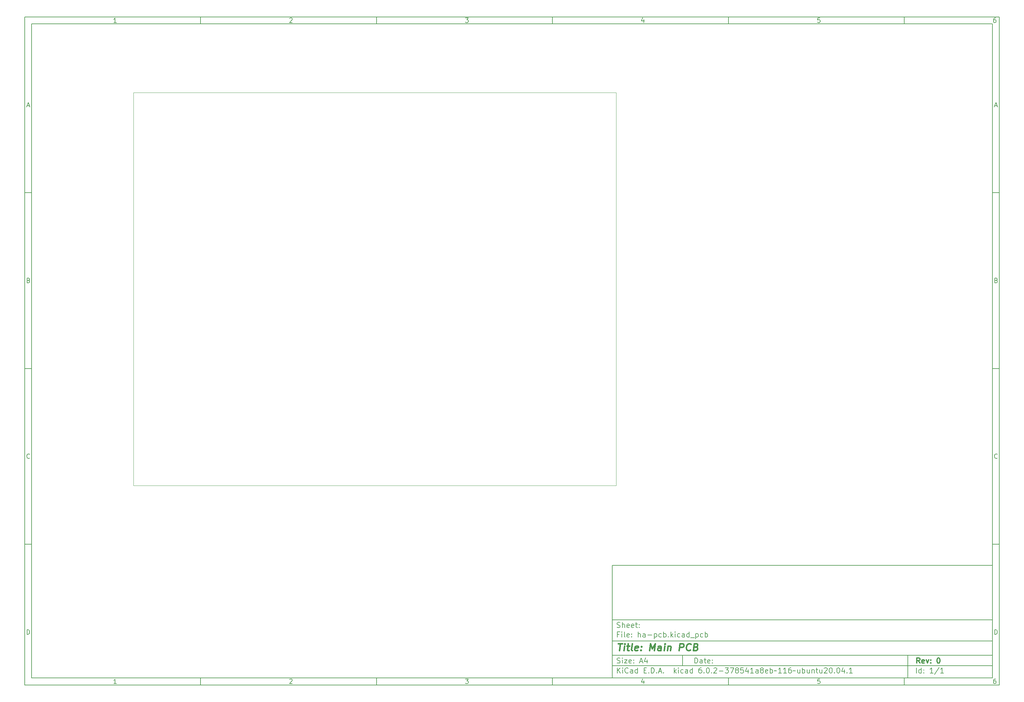
<source format=gbr>
%TF.GenerationSoftware,KiCad,Pcbnew,6.0.2-378541a8eb~116~ubuntu20.04.1*%
%TF.CreationDate,2022-03-09T13:41:16+02:00*%
%TF.ProjectId,ha-pcb,68612d70-6362-42e6-9b69-6361645f7063,0*%
%TF.SameCoordinates,Original*%
%TF.FileFunction,Profile,NP*%
%FSLAX46Y46*%
G04 Gerber Fmt 4.6, Leading zero omitted, Abs format (unit mm)*
G04 Created by KiCad (PCBNEW 6.0.2-378541a8eb~116~ubuntu20.04.1) date 2022-03-09 13:41:16*
%MOMM*%
%LPD*%
G01*
G04 APERTURE LIST*
%ADD10C,0.100000*%
%ADD11C,0.150000*%
%ADD12C,0.300000*%
%ADD13C,0.400000*%
%TA.AperFunction,Profile*%
%ADD14C,0.100000*%
%TD*%
G04 APERTURE END LIST*
D10*
D11*
X177002200Y-166007200D02*
X177002200Y-198007200D01*
X285002200Y-198007200D01*
X285002200Y-166007200D01*
X177002200Y-166007200D01*
D10*
D11*
X10000000Y-10000000D02*
X10000000Y-200007200D01*
X287002200Y-200007200D01*
X287002200Y-10000000D01*
X10000000Y-10000000D01*
D10*
D11*
X12000000Y-12000000D02*
X12000000Y-198007200D01*
X285002200Y-198007200D01*
X285002200Y-12000000D01*
X12000000Y-12000000D01*
D10*
D11*
X60000000Y-12000000D02*
X60000000Y-10000000D01*
D10*
D11*
X110000000Y-12000000D02*
X110000000Y-10000000D01*
D10*
D11*
X160000000Y-12000000D02*
X160000000Y-10000000D01*
D10*
D11*
X210000000Y-12000000D02*
X210000000Y-10000000D01*
D10*
D11*
X260000000Y-12000000D02*
X260000000Y-10000000D01*
D10*
D11*
X36065476Y-11588095D02*
X35322619Y-11588095D01*
X35694047Y-11588095D02*
X35694047Y-10288095D01*
X35570238Y-10473809D01*
X35446428Y-10597619D01*
X35322619Y-10659523D01*
D10*
D11*
X85322619Y-10411904D02*
X85384523Y-10350000D01*
X85508333Y-10288095D01*
X85817857Y-10288095D01*
X85941666Y-10350000D01*
X86003571Y-10411904D01*
X86065476Y-10535714D01*
X86065476Y-10659523D01*
X86003571Y-10845238D01*
X85260714Y-11588095D01*
X86065476Y-11588095D01*
D10*
D11*
X135260714Y-10288095D02*
X136065476Y-10288095D01*
X135632142Y-10783333D01*
X135817857Y-10783333D01*
X135941666Y-10845238D01*
X136003571Y-10907142D01*
X136065476Y-11030952D01*
X136065476Y-11340476D01*
X136003571Y-11464285D01*
X135941666Y-11526190D01*
X135817857Y-11588095D01*
X135446428Y-11588095D01*
X135322619Y-11526190D01*
X135260714Y-11464285D01*
D10*
D11*
X185941666Y-10721428D02*
X185941666Y-11588095D01*
X185632142Y-10226190D02*
X185322619Y-11154761D01*
X186127380Y-11154761D01*
D10*
D11*
X236003571Y-10288095D02*
X235384523Y-10288095D01*
X235322619Y-10907142D01*
X235384523Y-10845238D01*
X235508333Y-10783333D01*
X235817857Y-10783333D01*
X235941666Y-10845238D01*
X236003571Y-10907142D01*
X236065476Y-11030952D01*
X236065476Y-11340476D01*
X236003571Y-11464285D01*
X235941666Y-11526190D01*
X235817857Y-11588095D01*
X235508333Y-11588095D01*
X235384523Y-11526190D01*
X235322619Y-11464285D01*
D10*
D11*
X285941666Y-10288095D02*
X285694047Y-10288095D01*
X285570238Y-10350000D01*
X285508333Y-10411904D01*
X285384523Y-10597619D01*
X285322619Y-10845238D01*
X285322619Y-11340476D01*
X285384523Y-11464285D01*
X285446428Y-11526190D01*
X285570238Y-11588095D01*
X285817857Y-11588095D01*
X285941666Y-11526190D01*
X286003571Y-11464285D01*
X286065476Y-11340476D01*
X286065476Y-11030952D01*
X286003571Y-10907142D01*
X285941666Y-10845238D01*
X285817857Y-10783333D01*
X285570238Y-10783333D01*
X285446428Y-10845238D01*
X285384523Y-10907142D01*
X285322619Y-11030952D01*
D10*
D11*
X60000000Y-198007200D02*
X60000000Y-200007200D01*
D10*
D11*
X110000000Y-198007200D02*
X110000000Y-200007200D01*
D10*
D11*
X160000000Y-198007200D02*
X160000000Y-200007200D01*
D10*
D11*
X210000000Y-198007200D02*
X210000000Y-200007200D01*
D10*
D11*
X260000000Y-198007200D02*
X260000000Y-200007200D01*
D10*
D11*
X36065476Y-199595295D02*
X35322619Y-199595295D01*
X35694047Y-199595295D02*
X35694047Y-198295295D01*
X35570238Y-198481009D01*
X35446428Y-198604819D01*
X35322619Y-198666723D01*
D10*
D11*
X85322619Y-198419104D02*
X85384523Y-198357200D01*
X85508333Y-198295295D01*
X85817857Y-198295295D01*
X85941666Y-198357200D01*
X86003571Y-198419104D01*
X86065476Y-198542914D01*
X86065476Y-198666723D01*
X86003571Y-198852438D01*
X85260714Y-199595295D01*
X86065476Y-199595295D01*
D10*
D11*
X135260714Y-198295295D02*
X136065476Y-198295295D01*
X135632142Y-198790533D01*
X135817857Y-198790533D01*
X135941666Y-198852438D01*
X136003571Y-198914342D01*
X136065476Y-199038152D01*
X136065476Y-199347676D01*
X136003571Y-199471485D01*
X135941666Y-199533390D01*
X135817857Y-199595295D01*
X135446428Y-199595295D01*
X135322619Y-199533390D01*
X135260714Y-199471485D01*
D10*
D11*
X185941666Y-198728628D02*
X185941666Y-199595295D01*
X185632142Y-198233390D02*
X185322619Y-199161961D01*
X186127380Y-199161961D01*
D10*
D11*
X236003571Y-198295295D02*
X235384523Y-198295295D01*
X235322619Y-198914342D01*
X235384523Y-198852438D01*
X235508333Y-198790533D01*
X235817857Y-198790533D01*
X235941666Y-198852438D01*
X236003571Y-198914342D01*
X236065476Y-199038152D01*
X236065476Y-199347676D01*
X236003571Y-199471485D01*
X235941666Y-199533390D01*
X235817857Y-199595295D01*
X235508333Y-199595295D01*
X235384523Y-199533390D01*
X235322619Y-199471485D01*
D10*
D11*
X285941666Y-198295295D02*
X285694047Y-198295295D01*
X285570238Y-198357200D01*
X285508333Y-198419104D01*
X285384523Y-198604819D01*
X285322619Y-198852438D01*
X285322619Y-199347676D01*
X285384523Y-199471485D01*
X285446428Y-199533390D01*
X285570238Y-199595295D01*
X285817857Y-199595295D01*
X285941666Y-199533390D01*
X286003571Y-199471485D01*
X286065476Y-199347676D01*
X286065476Y-199038152D01*
X286003571Y-198914342D01*
X285941666Y-198852438D01*
X285817857Y-198790533D01*
X285570238Y-198790533D01*
X285446428Y-198852438D01*
X285384523Y-198914342D01*
X285322619Y-199038152D01*
D10*
D11*
X10000000Y-60000000D02*
X12000000Y-60000000D01*
D10*
D11*
X10000000Y-110000000D02*
X12000000Y-110000000D01*
D10*
D11*
X10000000Y-160000000D02*
X12000000Y-160000000D01*
D10*
D11*
X10690476Y-35216666D02*
X11309523Y-35216666D01*
X10566666Y-35588095D02*
X11000000Y-34288095D01*
X11433333Y-35588095D01*
D10*
D11*
X11092857Y-84907142D02*
X11278571Y-84969047D01*
X11340476Y-85030952D01*
X11402380Y-85154761D01*
X11402380Y-85340476D01*
X11340476Y-85464285D01*
X11278571Y-85526190D01*
X11154761Y-85588095D01*
X10659523Y-85588095D01*
X10659523Y-84288095D01*
X11092857Y-84288095D01*
X11216666Y-84350000D01*
X11278571Y-84411904D01*
X11340476Y-84535714D01*
X11340476Y-84659523D01*
X11278571Y-84783333D01*
X11216666Y-84845238D01*
X11092857Y-84907142D01*
X10659523Y-84907142D01*
D10*
D11*
X11402380Y-135464285D02*
X11340476Y-135526190D01*
X11154761Y-135588095D01*
X11030952Y-135588095D01*
X10845238Y-135526190D01*
X10721428Y-135402380D01*
X10659523Y-135278571D01*
X10597619Y-135030952D01*
X10597619Y-134845238D01*
X10659523Y-134597619D01*
X10721428Y-134473809D01*
X10845238Y-134350000D01*
X11030952Y-134288095D01*
X11154761Y-134288095D01*
X11340476Y-134350000D01*
X11402380Y-134411904D01*
D10*
D11*
X10659523Y-185588095D02*
X10659523Y-184288095D01*
X10969047Y-184288095D01*
X11154761Y-184350000D01*
X11278571Y-184473809D01*
X11340476Y-184597619D01*
X11402380Y-184845238D01*
X11402380Y-185030952D01*
X11340476Y-185278571D01*
X11278571Y-185402380D01*
X11154761Y-185526190D01*
X10969047Y-185588095D01*
X10659523Y-185588095D01*
D10*
D11*
X287002200Y-60000000D02*
X285002200Y-60000000D01*
D10*
D11*
X287002200Y-110000000D02*
X285002200Y-110000000D01*
D10*
D11*
X287002200Y-160000000D02*
X285002200Y-160000000D01*
D10*
D11*
X285692676Y-35216666D02*
X286311723Y-35216666D01*
X285568866Y-35588095D02*
X286002200Y-34288095D01*
X286435533Y-35588095D01*
D10*
D11*
X286095057Y-84907142D02*
X286280771Y-84969047D01*
X286342676Y-85030952D01*
X286404580Y-85154761D01*
X286404580Y-85340476D01*
X286342676Y-85464285D01*
X286280771Y-85526190D01*
X286156961Y-85588095D01*
X285661723Y-85588095D01*
X285661723Y-84288095D01*
X286095057Y-84288095D01*
X286218866Y-84350000D01*
X286280771Y-84411904D01*
X286342676Y-84535714D01*
X286342676Y-84659523D01*
X286280771Y-84783333D01*
X286218866Y-84845238D01*
X286095057Y-84907142D01*
X285661723Y-84907142D01*
D10*
D11*
X286404580Y-135464285D02*
X286342676Y-135526190D01*
X286156961Y-135588095D01*
X286033152Y-135588095D01*
X285847438Y-135526190D01*
X285723628Y-135402380D01*
X285661723Y-135278571D01*
X285599819Y-135030952D01*
X285599819Y-134845238D01*
X285661723Y-134597619D01*
X285723628Y-134473809D01*
X285847438Y-134350000D01*
X286033152Y-134288095D01*
X286156961Y-134288095D01*
X286342676Y-134350000D01*
X286404580Y-134411904D01*
D10*
D11*
X285661723Y-185588095D02*
X285661723Y-184288095D01*
X285971247Y-184288095D01*
X286156961Y-184350000D01*
X286280771Y-184473809D01*
X286342676Y-184597619D01*
X286404580Y-184845238D01*
X286404580Y-185030952D01*
X286342676Y-185278571D01*
X286280771Y-185402380D01*
X286156961Y-185526190D01*
X285971247Y-185588095D01*
X285661723Y-185588095D01*
D10*
D11*
X200434342Y-193785771D02*
X200434342Y-192285771D01*
X200791485Y-192285771D01*
X201005771Y-192357200D01*
X201148628Y-192500057D01*
X201220057Y-192642914D01*
X201291485Y-192928628D01*
X201291485Y-193142914D01*
X201220057Y-193428628D01*
X201148628Y-193571485D01*
X201005771Y-193714342D01*
X200791485Y-193785771D01*
X200434342Y-193785771D01*
X202577200Y-193785771D02*
X202577200Y-193000057D01*
X202505771Y-192857200D01*
X202362914Y-192785771D01*
X202077200Y-192785771D01*
X201934342Y-192857200D01*
X202577200Y-193714342D02*
X202434342Y-193785771D01*
X202077200Y-193785771D01*
X201934342Y-193714342D01*
X201862914Y-193571485D01*
X201862914Y-193428628D01*
X201934342Y-193285771D01*
X202077200Y-193214342D01*
X202434342Y-193214342D01*
X202577200Y-193142914D01*
X203077200Y-192785771D02*
X203648628Y-192785771D01*
X203291485Y-192285771D02*
X203291485Y-193571485D01*
X203362914Y-193714342D01*
X203505771Y-193785771D01*
X203648628Y-193785771D01*
X204720057Y-193714342D02*
X204577200Y-193785771D01*
X204291485Y-193785771D01*
X204148628Y-193714342D01*
X204077200Y-193571485D01*
X204077200Y-193000057D01*
X204148628Y-192857200D01*
X204291485Y-192785771D01*
X204577200Y-192785771D01*
X204720057Y-192857200D01*
X204791485Y-193000057D01*
X204791485Y-193142914D01*
X204077200Y-193285771D01*
X205434342Y-193642914D02*
X205505771Y-193714342D01*
X205434342Y-193785771D01*
X205362914Y-193714342D01*
X205434342Y-193642914D01*
X205434342Y-193785771D01*
X205434342Y-192857200D02*
X205505771Y-192928628D01*
X205434342Y-193000057D01*
X205362914Y-192928628D01*
X205434342Y-192857200D01*
X205434342Y-193000057D01*
D10*
D11*
X177002200Y-194507200D02*
X285002200Y-194507200D01*
D10*
D11*
X178434342Y-196585771D02*
X178434342Y-195085771D01*
X179291485Y-196585771D02*
X178648628Y-195728628D01*
X179291485Y-195085771D02*
X178434342Y-195942914D01*
X179934342Y-196585771D02*
X179934342Y-195585771D01*
X179934342Y-195085771D02*
X179862914Y-195157200D01*
X179934342Y-195228628D01*
X180005771Y-195157200D01*
X179934342Y-195085771D01*
X179934342Y-195228628D01*
X181505771Y-196442914D02*
X181434342Y-196514342D01*
X181220057Y-196585771D01*
X181077200Y-196585771D01*
X180862914Y-196514342D01*
X180720057Y-196371485D01*
X180648628Y-196228628D01*
X180577200Y-195942914D01*
X180577200Y-195728628D01*
X180648628Y-195442914D01*
X180720057Y-195300057D01*
X180862914Y-195157200D01*
X181077200Y-195085771D01*
X181220057Y-195085771D01*
X181434342Y-195157200D01*
X181505771Y-195228628D01*
X182791485Y-196585771D02*
X182791485Y-195800057D01*
X182720057Y-195657200D01*
X182577200Y-195585771D01*
X182291485Y-195585771D01*
X182148628Y-195657200D01*
X182791485Y-196514342D02*
X182648628Y-196585771D01*
X182291485Y-196585771D01*
X182148628Y-196514342D01*
X182077200Y-196371485D01*
X182077200Y-196228628D01*
X182148628Y-196085771D01*
X182291485Y-196014342D01*
X182648628Y-196014342D01*
X182791485Y-195942914D01*
X184148628Y-196585771D02*
X184148628Y-195085771D01*
X184148628Y-196514342D02*
X184005771Y-196585771D01*
X183720057Y-196585771D01*
X183577200Y-196514342D01*
X183505771Y-196442914D01*
X183434342Y-196300057D01*
X183434342Y-195871485D01*
X183505771Y-195728628D01*
X183577200Y-195657200D01*
X183720057Y-195585771D01*
X184005771Y-195585771D01*
X184148628Y-195657200D01*
X186005771Y-195800057D02*
X186505771Y-195800057D01*
X186720057Y-196585771D02*
X186005771Y-196585771D01*
X186005771Y-195085771D01*
X186720057Y-195085771D01*
X187362914Y-196442914D02*
X187434342Y-196514342D01*
X187362914Y-196585771D01*
X187291485Y-196514342D01*
X187362914Y-196442914D01*
X187362914Y-196585771D01*
X188077200Y-196585771D02*
X188077200Y-195085771D01*
X188434342Y-195085771D01*
X188648628Y-195157200D01*
X188791485Y-195300057D01*
X188862914Y-195442914D01*
X188934342Y-195728628D01*
X188934342Y-195942914D01*
X188862914Y-196228628D01*
X188791485Y-196371485D01*
X188648628Y-196514342D01*
X188434342Y-196585771D01*
X188077200Y-196585771D01*
X189577200Y-196442914D02*
X189648628Y-196514342D01*
X189577200Y-196585771D01*
X189505771Y-196514342D01*
X189577200Y-196442914D01*
X189577200Y-196585771D01*
X190220057Y-196157200D02*
X190934342Y-196157200D01*
X190077200Y-196585771D02*
X190577200Y-195085771D01*
X191077200Y-196585771D01*
X191577200Y-196442914D02*
X191648628Y-196514342D01*
X191577200Y-196585771D01*
X191505771Y-196514342D01*
X191577200Y-196442914D01*
X191577200Y-196585771D01*
X194577200Y-196585771D02*
X194577200Y-195085771D01*
X194720057Y-196014342D02*
X195148628Y-196585771D01*
X195148628Y-195585771D02*
X194577200Y-196157200D01*
X195791485Y-196585771D02*
X195791485Y-195585771D01*
X195791485Y-195085771D02*
X195720057Y-195157200D01*
X195791485Y-195228628D01*
X195862914Y-195157200D01*
X195791485Y-195085771D01*
X195791485Y-195228628D01*
X197148628Y-196514342D02*
X197005771Y-196585771D01*
X196720057Y-196585771D01*
X196577200Y-196514342D01*
X196505771Y-196442914D01*
X196434342Y-196300057D01*
X196434342Y-195871485D01*
X196505771Y-195728628D01*
X196577200Y-195657200D01*
X196720057Y-195585771D01*
X197005771Y-195585771D01*
X197148628Y-195657200D01*
X198434342Y-196585771D02*
X198434342Y-195800057D01*
X198362914Y-195657200D01*
X198220057Y-195585771D01*
X197934342Y-195585771D01*
X197791485Y-195657200D01*
X198434342Y-196514342D02*
X198291485Y-196585771D01*
X197934342Y-196585771D01*
X197791485Y-196514342D01*
X197720057Y-196371485D01*
X197720057Y-196228628D01*
X197791485Y-196085771D01*
X197934342Y-196014342D01*
X198291485Y-196014342D01*
X198434342Y-195942914D01*
X199791485Y-196585771D02*
X199791485Y-195085771D01*
X199791485Y-196514342D02*
X199648628Y-196585771D01*
X199362914Y-196585771D01*
X199220057Y-196514342D01*
X199148628Y-196442914D01*
X199077200Y-196300057D01*
X199077200Y-195871485D01*
X199148628Y-195728628D01*
X199220057Y-195657200D01*
X199362914Y-195585771D01*
X199648628Y-195585771D01*
X199791485Y-195657200D01*
X202291485Y-195085771D02*
X202005771Y-195085771D01*
X201862914Y-195157200D01*
X201791485Y-195228628D01*
X201648628Y-195442914D01*
X201577200Y-195728628D01*
X201577200Y-196300057D01*
X201648628Y-196442914D01*
X201720057Y-196514342D01*
X201862914Y-196585771D01*
X202148628Y-196585771D01*
X202291485Y-196514342D01*
X202362914Y-196442914D01*
X202434342Y-196300057D01*
X202434342Y-195942914D01*
X202362914Y-195800057D01*
X202291485Y-195728628D01*
X202148628Y-195657200D01*
X201862914Y-195657200D01*
X201720057Y-195728628D01*
X201648628Y-195800057D01*
X201577200Y-195942914D01*
X203077200Y-196442914D02*
X203148628Y-196514342D01*
X203077200Y-196585771D01*
X203005771Y-196514342D01*
X203077200Y-196442914D01*
X203077200Y-196585771D01*
X204077200Y-195085771D02*
X204220057Y-195085771D01*
X204362914Y-195157200D01*
X204434342Y-195228628D01*
X204505771Y-195371485D01*
X204577200Y-195657200D01*
X204577200Y-196014342D01*
X204505771Y-196300057D01*
X204434342Y-196442914D01*
X204362914Y-196514342D01*
X204220057Y-196585771D01*
X204077200Y-196585771D01*
X203934342Y-196514342D01*
X203862914Y-196442914D01*
X203791485Y-196300057D01*
X203720057Y-196014342D01*
X203720057Y-195657200D01*
X203791485Y-195371485D01*
X203862914Y-195228628D01*
X203934342Y-195157200D01*
X204077200Y-195085771D01*
X205220057Y-196442914D02*
X205291485Y-196514342D01*
X205220057Y-196585771D01*
X205148628Y-196514342D01*
X205220057Y-196442914D01*
X205220057Y-196585771D01*
X205862914Y-195228628D02*
X205934342Y-195157200D01*
X206077200Y-195085771D01*
X206434342Y-195085771D01*
X206577200Y-195157200D01*
X206648628Y-195228628D01*
X206720057Y-195371485D01*
X206720057Y-195514342D01*
X206648628Y-195728628D01*
X205791485Y-196585771D01*
X206720057Y-196585771D01*
X207362914Y-196014342D02*
X208505771Y-196014342D01*
X209077200Y-195085771D02*
X210005771Y-195085771D01*
X209505771Y-195657200D01*
X209720057Y-195657200D01*
X209862914Y-195728628D01*
X209934342Y-195800057D01*
X210005771Y-195942914D01*
X210005771Y-196300057D01*
X209934342Y-196442914D01*
X209862914Y-196514342D01*
X209720057Y-196585771D01*
X209291485Y-196585771D01*
X209148628Y-196514342D01*
X209077200Y-196442914D01*
X210505771Y-195085771D02*
X211505771Y-195085771D01*
X210862914Y-196585771D01*
X212291485Y-195728628D02*
X212148628Y-195657200D01*
X212077200Y-195585771D01*
X212005771Y-195442914D01*
X212005771Y-195371485D01*
X212077200Y-195228628D01*
X212148628Y-195157200D01*
X212291485Y-195085771D01*
X212577200Y-195085771D01*
X212720057Y-195157200D01*
X212791485Y-195228628D01*
X212862914Y-195371485D01*
X212862914Y-195442914D01*
X212791485Y-195585771D01*
X212720057Y-195657200D01*
X212577200Y-195728628D01*
X212291485Y-195728628D01*
X212148628Y-195800057D01*
X212077200Y-195871485D01*
X212005771Y-196014342D01*
X212005771Y-196300057D01*
X212077200Y-196442914D01*
X212148628Y-196514342D01*
X212291485Y-196585771D01*
X212577200Y-196585771D01*
X212720057Y-196514342D01*
X212791485Y-196442914D01*
X212862914Y-196300057D01*
X212862914Y-196014342D01*
X212791485Y-195871485D01*
X212720057Y-195800057D01*
X212577200Y-195728628D01*
X214220057Y-195085771D02*
X213505771Y-195085771D01*
X213434342Y-195800057D01*
X213505771Y-195728628D01*
X213648628Y-195657200D01*
X214005771Y-195657200D01*
X214148628Y-195728628D01*
X214220057Y-195800057D01*
X214291485Y-195942914D01*
X214291485Y-196300057D01*
X214220057Y-196442914D01*
X214148628Y-196514342D01*
X214005771Y-196585771D01*
X213648628Y-196585771D01*
X213505771Y-196514342D01*
X213434342Y-196442914D01*
X215577200Y-195585771D02*
X215577200Y-196585771D01*
X215220057Y-195014342D02*
X214862914Y-196085771D01*
X215791485Y-196085771D01*
X217148628Y-196585771D02*
X216291485Y-196585771D01*
X216720057Y-196585771D02*
X216720057Y-195085771D01*
X216577200Y-195300057D01*
X216434342Y-195442914D01*
X216291485Y-195514342D01*
X218434342Y-196585771D02*
X218434342Y-195800057D01*
X218362914Y-195657200D01*
X218220057Y-195585771D01*
X217934342Y-195585771D01*
X217791485Y-195657200D01*
X218434342Y-196514342D02*
X218291485Y-196585771D01*
X217934342Y-196585771D01*
X217791485Y-196514342D01*
X217720057Y-196371485D01*
X217720057Y-196228628D01*
X217791485Y-196085771D01*
X217934342Y-196014342D01*
X218291485Y-196014342D01*
X218434342Y-195942914D01*
X219362914Y-195728628D02*
X219220057Y-195657200D01*
X219148628Y-195585771D01*
X219077200Y-195442914D01*
X219077200Y-195371485D01*
X219148628Y-195228628D01*
X219220057Y-195157200D01*
X219362914Y-195085771D01*
X219648628Y-195085771D01*
X219791485Y-195157200D01*
X219862914Y-195228628D01*
X219934342Y-195371485D01*
X219934342Y-195442914D01*
X219862914Y-195585771D01*
X219791485Y-195657200D01*
X219648628Y-195728628D01*
X219362914Y-195728628D01*
X219220057Y-195800057D01*
X219148628Y-195871485D01*
X219077200Y-196014342D01*
X219077200Y-196300057D01*
X219148628Y-196442914D01*
X219220057Y-196514342D01*
X219362914Y-196585771D01*
X219648628Y-196585771D01*
X219791485Y-196514342D01*
X219862914Y-196442914D01*
X219934342Y-196300057D01*
X219934342Y-196014342D01*
X219862914Y-195871485D01*
X219791485Y-195800057D01*
X219648628Y-195728628D01*
X221148628Y-196514342D02*
X221005771Y-196585771D01*
X220720057Y-196585771D01*
X220577200Y-196514342D01*
X220505771Y-196371485D01*
X220505771Y-195800057D01*
X220577200Y-195657200D01*
X220720057Y-195585771D01*
X221005771Y-195585771D01*
X221148628Y-195657200D01*
X221220057Y-195800057D01*
X221220057Y-195942914D01*
X220505771Y-196085771D01*
X221862914Y-196585771D02*
X221862914Y-195085771D01*
X221862914Y-195657200D02*
X222005771Y-195585771D01*
X222291485Y-195585771D01*
X222434342Y-195657200D01*
X222505771Y-195728628D01*
X222577200Y-195871485D01*
X222577200Y-196300057D01*
X222505771Y-196442914D01*
X222434342Y-196514342D01*
X222291485Y-196585771D01*
X222005771Y-196585771D01*
X221862914Y-196514342D01*
X223005771Y-196014342D02*
X223077200Y-195942914D01*
X223220057Y-195871485D01*
X223505771Y-196014342D01*
X223648628Y-195942914D01*
X223720057Y-195871485D01*
X225077200Y-196585771D02*
X224220057Y-196585771D01*
X224648628Y-196585771D02*
X224648628Y-195085771D01*
X224505771Y-195300057D01*
X224362914Y-195442914D01*
X224220057Y-195514342D01*
X226505771Y-196585771D02*
X225648628Y-196585771D01*
X226077200Y-196585771D02*
X226077200Y-195085771D01*
X225934342Y-195300057D01*
X225791485Y-195442914D01*
X225648628Y-195514342D01*
X227791485Y-195085771D02*
X227505771Y-195085771D01*
X227362914Y-195157200D01*
X227291485Y-195228628D01*
X227148628Y-195442914D01*
X227077199Y-195728628D01*
X227077199Y-196300057D01*
X227148628Y-196442914D01*
X227220057Y-196514342D01*
X227362914Y-196585771D01*
X227648628Y-196585771D01*
X227791485Y-196514342D01*
X227862914Y-196442914D01*
X227934342Y-196300057D01*
X227934342Y-195942914D01*
X227862914Y-195800057D01*
X227791485Y-195728628D01*
X227648628Y-195657200D01*
X227362914Y-195657200D01*
X227220057Y-195728628D01*
X227148628Y-195800057D01*
X227077199Y-195942914D01*
X228362914Y-196014342D02*
X228434342Y-195942914D01*
X228577199Y-195871485D01*
X228862914Y-196014342D01*
X229005771Y-195942914D01*
X229077199Y-195871485D01*
X230291485Y-195585771D02*
X230291485Y-196585771D01*
X229648628Y-195585771D02*
X229648628Y-196371485D01*
X229720057Y-196514342D01*
X229862914Y-196585771D01*
X230077199Y-196585771D01*
X230220057Y-196514342D01*
X230291485Y-196442914D01*
X231005771Y-196585771D02*
X231005771Y-195085771D01*
X231005771Y-195657200D02*
X231148628Y-195585771D01*
X231434342Y-195585771D01*
X231577199Y-195657200D01*
X231648628Y-195728628D01*
X231720057Y-195871485D01*
X231720057Y-196300057D01*
X231648628Y-196442914D01*
X231577199Y-196514342D01*
X231434342Y-196585771D01*
X231148628Y-196585771D01*
X231005771Y-196514342D01*
X233005771Y-195585771D02*
X233005771Y-196585771D01*
X232362914Y-195585771D02*
X232362914Y-196371485D01*
X232434342Y-196514342D01*
X232577200Y-196585771D01*
X232791485Y-196585771D01*
X232934342Y-196514342D01*
X233005771Y-196442914D01*
X233720057Y-195585771D02*
X233720057Y-196585771D01*
X233720057Y-195728628D02*
X233791485Y-195657200D01*
X233934342Y-195585771D01*
X234148628Y-195585771D01*
X234291485Y-195657200D01*
X234362914Y-195800057D01*
X234362914Y-196585771D01*
X234862914Y-195585771D02*
X235434342Y-195585771D01*
X235077200Y-195085771D02*
X235077200Y-196371485D01*
X235148628Y-196514342D01*
X235291485Y-196585771D01*
X235434342Y-196585771D01*
X236577200Y-195585771D02*
X236577200Y-196585771D01*
X235934342Y-195585771D02*
X235934342Y-196371485D01*
X236005771Y-196514342D01*
X236148628Y-196585771D01*
X236362914Y-196585771D01*
X236505771Y-196514342D01*
X236577200Y-196442914D01*
X237220057Y-195228628D02*
X237291485Y-195157200D01*
X237434342Y-195085771D01*
X237791485Y-195085771D01*
X237934342Y-195157200D01*
X238005771Y-195228628D01*
X238077200Y-195371485D01*
X238077200Y-195514342D01*
X238005771Y-195728628D01*
X237148628Y-196585771D01*
X238077200Y-196585771D01*
X239005771Y-195085771D02*
X239148628Y-195085771D01*
X239291485Y-195157200D01*
X239362914Y-195228628D01*
X239434342Y-195371485D01*
X239505771Y-195657200D01*
X239505771Y-196014342D01*
X239434342Y-196300057D01*
X239362914Y-196442914D01*
X239291485Y-196514342D01*
X239148628Y-196585771D01*
X239005771Y-196585771D01*
X238862914Y-196514342D01*
X238791485Y-196442914D01*
X238720057Y-196300057D01*
X238648628Y-196014342D01*
X238648628Y-195657200D01*
X238720057Y-195371485D01*
X238791485Y-195228628D01*
X238862914Y-195157200D01*
X239005771Y-195085771D01*
X240148628Y-196442914D02*
X240220057Y-196514342D01*
X240148628Y-196585771D01*
X240077199Y-196514342D01*
X240148628Y-196442914D01*
X240148628Y-196585771D01*
X241148628Y-195085771D02*
X241291485Y-195085771D01*
X241434342Y-195157200D01*
X241505771Y-195228628D01*
X241577200Y-195371485D01*
X241648628Y-195657200D01*
X241648628Y-196014342D01*
X241577200Y-196300057D01*
X241505771Y-196442914D01*
X241434342Y-196514342D01*
X241291485Y-196585771D01*
X241148628Y-196585771D01*
X241005771Y-196514342D01*
X240934342Y-196442914D01*
X240862914Y-196300057D01*
X240791485Y-196014342D01*
X240791485Y-195657200D01*
X240862914Y-195371485D01*
X240934342Y-195228628D01*
X241005771Y-195157200D01*
X241148628Y-195085771D01*
X242934342Y-195585771D02*
X242934342Y-196585771D01*
X242577199Y-195014342D02*
X242220057Y-196085771D01*
X243148628Y-196085771D01*
X243720057Y-196442914D02*
X243791485Y-196514342D01*
X243720057Y-196585771D01*
X243648628Y-196514342D01*
X243720057Y-196442914D01*
X243720057Y-196585771D01*
X245220057Y-196585771D02*
X244362914Y-196585771D01*
X244791485Y-196585771D02*
X244791485Y-195085771D01*
X244648628Y-195300057D01*
X244505771Y-195442914D01*
X244362914Y-195514342D01*
D10*
D11*
X177002200Y-191507200D02*
X285002200Y-191507200D01*
D10*
D12*
X264411485Y-193785771D02*
X263911485Y-193071485D01*
X263554342Y-193785771D02*
X263554342Y-192285771D01*
X264125771Y-192285771D01*
X264268628Y-192357200D01*
X264340057Y-192428628D01*
X264411485Y-192571485D01*
X264411485Y-192785771D01*
X264340057Y-192928628D01*
X264268628Y-193000057D01*
X264125771Y-193071485D01*
X263554342Y-193071485D01*
X265625771Y-193714342D02*
X265482914Y-193785771D01*
X265197200Y-193785771D01*
X265054342Y-193714342D01*
X264982914Y-193571485D01*
X264982914Y-193000057D01*
X265054342Y-192857200D01*
X265197200Y-192785771D01*
X265482914Y-192785771D01*
X265625771Y-192857200D01*
X265697200Y-193000057D01*
X265697200Y-193142914D01*
X264982914Y-193285771D01*
X266197200Y-192785771D02*
X266554342Y-193785771D01*
X266911485Y-192785771D01*
X267482914Y-193642914D02*
X267554342Y-193714342D01*
X267482914Y-193785771D01*
X267411485Y-193714342D01*
X267482914Y-193642914D01*
X267482914Y-193785771D01*
X267482914Y-192857200D02*
X267554342Y-192928628D01*
X267482914Y-193000057D01*
X267411485Y-192928628D01*
X267482914Y-192857200D01*
X267482914Y-193000057D01*
X269625771Y-192285771D02*
X269768628Y-192285771D01*
X269911485Y-192357200D01*
X269982914Y-192428628D01*
X270054342Y-192571485D01*
X270125771Y-192857200D01*
X270125771Y-193214342D01*
X270054342Y-193500057D01*
X269982914Y-193642914D01*
X269911485Y-193714342D01*
X269768628Y-193785771D01*
X269625771Y-193785771D01*
X269482914Y-193714342D01*
X269411485Y-193642914D01*
X269340057Y-193500057D01*
X269268628Y-193214342D01*
X269268628Y-192857200D01*
X269340057Y-192571485D01*
X269411485Y-192428628D01*
X269482914Y-192357200D01*
X269625771Y-192285771D01*
D10*
D11*
X178362914Y-193714342D02*
X178577200Y-193785771D01*
X178934342Y-193785771D01*
X179077200Y-193714342D01*
X179148628Y-193642914D01*
X179220057Y-193500057D01*
X179220057Y-193357200D01*
X179148628Y-193214342D01*
X179077200Y-193142914D01*
X178934342Y-193071485D01*
X178648628Y-193000057D01*
X178505771Y-192928628D01*
X178434342Y-192857200D01*
X178362914Y-192714342D01*
X178362914Y-192571485D01*
X178434342Y-192428628D01*
X178505771Y-192357200D01*
X178648628Y-192285771D01*
X179005771Y-192285771D01*
X179220057Y-192357200D01*
X179862914Y-193785771D02*
X179862914Y-192785771D01*
X179862914Y-192285771D02*
X179791485Y-192357200D01*
X179862914Y-192428628D01*
X179934342Y-192357200D01*
X179862914Y-192285771D01*
X179862914Y-192428628D01*
X180434342Y-192785771D02*
X181220057Y-192785771D01*
X180434342Y-193785771D01*
X181220057Y-193785771D01*
X182362914Y-193714342D02*
X182220057Y-193785771D01*
X181934342Y-193785771D01*
X181791485Y-193714342D01*
X181720057Y-193571485D01*
X181720057Y-193000057D01*
X181791485Y-192857200D01*
X181934342Y-192785771D01*
X182220057Y-192785771D01*
X182362914Y-192857200D01*
X182434342Y-193000057D01*
X182434342Y-193142914D01*
X181720057Y-193285771D01*
X183077200Y-193642914D02*
X183148628Y-193714342D01*
X183077200Y-193785771D01*
X183005771Y-193714342D01*
X183077200Y-193642914D01*
X183077200Y-193785771D01*
X183077200Y-192857200D02*
X183148628Y-192928628D01*
X183077200Y-193000057D01*
X183005771Y-192928628D01*
X183077200Y-192857200D01*
X183077200Y-193000057D01*
X184862914Y-193357200D02*
X185577200Y-193357200D01*
X184720057Y-193785771D02*
X185220057Y-192285771D01*
X185720057Y-193785771D01*
X186862914Y-192785771D02*
X186862914Y-193785771D01*
X186505771Y-192214342D02*
X186148628Y-193285771D01*
X187077200Y-193285771D01*
D10*
D11*
X263434342Y-196585771D02*
X263434342Y-195085771D01*
X264791485Y-196585771D02*
X264791485Y-195085771D01*
X264791485Y-196514342D02*
X264648628Y-196585771D01*
X264362914Y-196585771D01*
X264220057Y-196514342D01*
X264148628Y-196442914D01*
X264077200Y-196300057D01*
X264077200Y-195871485D01*
X264148628Y-195728628D01*
X264220057Y-195657200D01*
X264362914Y-195585771D01*
X264648628Y-195585771D01*
X264791485Y-195657200D01*
X265505771Y-196442914D02*
X265577200Y-196514342D01*
X265505771Y-196585771D01*
X265434342Y-196514342D01*
X265505771Y-196442914D01*
X265505771Y-196585771D01*
X265505771Y-195657200D02*
X265577200Y-195728628D01*
X265505771Y-195800057D01*
X265434342Y-195728628D01*
X265505771Y-195657200D01*
X265505771Y-195800057D01*
X268148628Y-196585771D02*
X267291485Y-196585771D01*
X267720057Y-196585771D02*
X267720057Y-195085771D01*
X267577200Y-195300057D01*
X267434342Y-195442914D01*
X267291485Y-195514342D01*
X269862914Y-195014342D02*
X268577200Y-196942914D01*
X271148628Y-196585771D02*
X270291485Y-196585771D01*
X270720057Y-196585771D02*
X270720057Y-195085771D01*
X270577200Y-195300057D01*
X270434342Y-195442914D01*
X270291485Y-195514342D01*
D10*
D11*
X177002200Y-187507200D02*
X285002200Y-187507200D01*
D10*
D13*
X178714580Y-188211961D02*
X179857438Y-188211961D01*
X179036009Y-190211961D02*
X179286009Y-188211961D01*
X180274104Y-190211961D02*
X180440771Y-188878628D01*
X180524104Y-188211961D02*
X180416961Y-188307200D01*
X180500295Y-188402438D01*
X180607438Y-188307200D01*
X180524104Y-188211961D01*
X180500295Y-188402438D01*
X181107438Y-188878628D02*
X181869342Y-188878628D01*
X181476485Y-188211961D02*
X181262200Y-189926247D01*
X181333628Y-190116723D01*
X181512200Y-190211961D01*
X181702676Y-190211961D01*
X182655057Y-190211961D02*
X182476485Y-190116723D01*
X182405057Y-189926247D01*
X182619342Y-188211961D01*
X184190771Y-190116723D02*
X183988390Y-190211961D01*
X183607438Y-190211961D01*
X183428866Y-190116723D01*
X183357438Y-189926247D01*
X183452676Y-189164342D01*
X183571723Y-188973866D01*
X183774104Y-188878628D01*
X184155057Y-188878628D01*
X184333628Y-188973866D01*
X184405057Y-189164342D01*
X184381247Y-189354819D01*
X183405057Y-189545295D01*
X185155057Y-190021485D02*
X185238390Y-190116723D01*
X185131247Y-190211961D01*
X185047914Y-190116723D01*
X185155057Y-190021485D01*
X185131247Y-190211961D01*
X185286009Y-188973866D02*
X185369342Y-189069104D01*
X185262200Y-189164342D01*
X185178866Y-189069104D01*
X185286009Y-188973866D01*
X185262200Y-189164342D01*
X187607438Y-190211961D02*
X187857438Y-188211961D01*
X188345533Y-189640533D01*
X189190771Y-188211961D01*
X188940771Y-190211961D01*
X190750295Y-190211961D02*
X190881247Y-189164342D01*
X190809819Y-188973866D01*
X190631247Y-188878628D01*
X190250295Y-188878628D01*
X190047914Y-188973866D01*
X190762200Y-190116723D02*
X190559819Y-190211961D01*
X190083628Y-190211961D01*
X189905057Y-190116723D01*
X189833628Y-189926247D01*
X189857438Y-189735771D01*
X189976485Y-189545295D01*
X190178866Y-189450057D01*
X190655057Y-189450057D01*
X190857438Y-189354819D01*
X191702676Y-190211961D02*
X191869342Y-188878628D01*
X191952676Y-188211961D02*
X191845533Y-188307200D01*
X191928866Y-188402438D01*
X192036009Y-188307200D01*
X191952676Y-188211961D01*
X191928866Y-188402438D01*
X192821723Y-188878628D02*
X192655057Y-190211961D01*
X192797914Y-189069104D02*
X192905057Y-188973866D01*
X193107438Y-188878628D01*
X193393152Y-188878628D01*
X193571723Y-188973866D01*
X193643152Y-189164342D01*
X193512200Y-190211961D01*
X195988390Y-190211961D02*
X196238390Y-188211961D01*
X197000295Y-188211961D01*
X197178866Y-188307200D01*
X197262200Y-188402438D01*
X197333628Y-188592914D01*
X197297914Y-188878628D01*
X197178866Y-189069104D01*
X197071723Y-189164342D01*
X196869342Y-189259580D01*
X196107438Y-189259580D01*
X199155057Y-190021485D02*
X199047914Y-190116723D01*
X198750295Y-190211961D01*
X198559819Y-190211961D01*
X198286009Y-190116723D01*
X198119342Y-189926247D01*
X198047914Y-189735771D01*
X198000295Y-189354819D01*
X198036009Y-189069104D01*
X198178866Y-188688152D01*
X198297914Y-188497676D01*
X198512200Y-188307200D01*
X198809819Y-188211961D01*
X199000295Y-188211961D01*
X199274104Y-188307200D01*
X199357438Y-188402438D01*
X200786009Y-189164342D02*
X201059819Y-189259580D01*
X201143152Y-189354819D01*
X201214580Y-189545295D01*
X201178866Y-189831009D01*
X201059819Y-190021485D01*
X200952676Y-190116723D01*
X200750295Y-190211961D01*
X199988390Y-190211961D01*
X200238390Y-188211961D01*
X200905057Y-188211961D01*
X201083628Y-188307200D01*
X201166961Y-188402438D01*
X201238390Y-188592914D01*
X201214580Y-188783390D01*
X201095533Y-188973866D01*
X200988390Y-189069104D01*
X200786009Y-189164342D01*
X200119342Y-189164342D01*
D10*
D11*
X178934342Y-185600057D02*
X178434342Y-185600057D01*
X178434342Y-186385771D02*
X178434342Y-184885771D01*
X179148628Y-184885771D01*
X179720057Y-186385771D02*
X179720057Y-185385771D01*
X179720057Y-184885771D02*
X179648628Y-184957200D01*
X179720057Y-185028628D01*
X179791485Y-184957200D01*
X179720057Y-184885771D01*
X179720057Y-185028628D01*
X180648628Y-186385771D02*
X180505771Y-186314342D01*
X180434342Y-186171485D01*
X180434342Y-184885771D01*
X181791485Y-186314342D02*
X181648628Y-186385771D01*
X181362914Y-186385771D01*
X181220057Y-186314342D01*
X181148628Y-186171485D01*
X181148628Y-185600057D01*
X181220057Y-185457200D01*
X181362914Y-185385771D01*
X181648628Y-185385771D01*
X181791485Y-185457200D01*
X181862914Y-185600057D01*
X181862914Y-185742914D01*
X181148628Y-185885771D01*
X182505771Y-186242914D02*
X182577200Y-186314342D01*
X182505771Y-186385771D01*
X182434342Y-186314342D01*
X182505771Y-186242914D01*
X182505771Y-186385771D01*
X182505771Y-185457200D02*
X182577200Y-185528628D01*
X182505771Y-185600057D01*
X182434342Y-185528628D01*
X182505771Y-185457200D01*
X182505771Y-185600057D01*
X184362914Y-186385771D02*
X184362914Y-184885771D01*
X185005771Y-186385771D02*
X185005771Y-185600057D01*
X184934342Y-185457200D01*
X184791485Y-185385771D01*
X184577200Y-185385771D01*
X184434342Y-185457200D01*
X184362914Y-185528628D01*
X186362914Y-186385771D02*
X186362914Y-185600057D01*
X186291485Y-185457200D01*
X186148628Y-185385771D01*
X185862914Y-185385771D01*
X185720057Y-185457200D01*
X186362914Y-186314342D02*
X186220057Y-186385771D01*
X185862914Y-186385771D01*
X185720057Y-186314342D01*
X185648628Y-186171485D01*
X185648628Y-186028628D01*
X185720057Y-185885771D01*
X185862914Y-185814342D01*
X186220057Y-185814342D01*
X186362914Y-185742914D01*
X187077200Y-185814342D02*
X188220057Y-185814342D01*
X188934342Y-185385771D02*
X188934342Y-186885771D01*
X188934342Y-185457200D02*
X189077200Y-185385771D01*
X189362914Y-185385771D01*
X189505771Y-185457200D01*
X189577200Y-185528628D01*
X189648628Y-185671485D01*
X189648628Y-186100057D01*
X189577200Y-186242914D01*
X189505771Y-186314342D01*
X189362914Y-186385771D01*
X189077200Y-186385771D01*
X188934342Y-186314342D01*
X190934342Y-186314342D02*
X190791485Y-186385771D01*
X190505771Y-186385771D01*
X190362914Y-186314342D01*
X190291485Y-186242914D01*
X190220057Y-186100057D01*
X190220057Y-185671485D01*
X190291485Y-185528628D01*
X190362914Y-185457200D01*
X190505771Y-185385771D01*
X190791485Y-185385771D01*
X190934342Y-185457200D01*
X191577200Y-186385771D02*
X191577200Y-184885771D01*
X191577200Y-185457200D02*
X191720057Y-185385771D01*
X192005771Y-185385771D01*
X192148628Y-185457200D01*
X192220057Y-185528628D01*
X192291485Y-185671485D01*
X192291485Y-186100057D01*
X192220057Y-186242914D01*
X192148628Y-186314342D01*
X192005771Y-186385771D01*
X191720057Y-186385771D01*
X191577200Y-186314342D01*
X192934342Y-186242914D02*
X193005771Y-186314342D01*
X192934342Y-186385771D01*
X192862914Y-186314342D01*
X192934342Y-186242914D01*
X192934342Y-186385771D01*
X193648628Y-186385771D02*
X193648628Y-184885771D01*
X193791485Y-185814342D02*
X194220057Y-186385771D01*
X194220057Y-185385771D02*
X193648628Y-185957200D01*
X194862914Y-186385771D02*
X194862914Y-185385771D01*
X194862914Y-184885771D02*
X194791485Y-184957200D01*
X194862914Y-185028628D01*
X194934342Y-184957200D01*
X194862914Y-184885771D01*
X194862914Y-185028628D01*
X196220057Y-186314342D02*
X196077200Y-186385771D01*
X195791485Y-186385771D01*
X195648628Y-186314342D01*
X195577200Y-186242914D01*
X195505771Y-186100057D01*
X195505771Y-185671485D01*
X195577200Y-185528628D01*
X195648628Y-185457200D01*
X195791485Y-185385771D01*
X196077200Y-185385771D01*
X196220057Y-185457200D01*
X197505771Y-186385771D02*
X197505771Y-185600057D01*
X197434342Y-185457200D01*
X197291485Y-185385771D01*
X197005771Y-185385771D01*
X196862914Y-185457200D01*
X197505771Y-186314342D02*
X197362914Y-186385771D01*
X197005771Y-186385771D01*
X196862914Y-186314342D01*
X196791485Y-186171485D01*
X196791485Y-186028628D01*
X196862914Y-185885771D01*
X197005771Y-185814342D01*
X197362914Y-185814342D01*
X197505771Y-185742914D01*
X198862914Y-186385771D02*
X198862914Y-184885771D01*
X198862914Y-186314342D02*
X198720057Y-186385771D01*
X198434342Y-186385771D01*
X198291485Y-186314342D01*
X198220057Y-186242914D01*
X198148628Y-186100057D01*
X198148628Y-185671485D01*
X198220057Y-185528628D01*
X198291485Y-185457200D01*
X198434342Y-185385771D01*
X198720057Y-185385771D01*
X198862914Y-185457200D01*
X199220057Y-186528628D02*
X200362914Y-186528628D01*
X200720057Y-185385771D02*
X200720057Y-186885771D01*
X200720057Y-185457200D02*
X200862914Y-185385771D01*
X201148628Y-185385771D01*
X201291485Y-185457200D01*
X201362914Y-185528628D01*
X201434342Y-185671485D01*
X201434342Y-186100057D01*
X201362914Y-186242914D01*
X201291485Y-186314342D01*
X201148628Y-186385771D01*
X200862914Y-186385771D01*
X200720057Y-186314342D01*
X202720057Y-186314342D02*
X202577200Y-186385771D01*
X202291485Y-186385771D01*
X202148628Y-186314342D01*
X202077200Y-186242914D01*
X202005771Y-186100057D01*
X202005771Y-185671485D01*
X202077200Y-185528628D01*
X202148628Y-185457200D01*
X202291485Y-185385771D01*
X202577200Y-185385771D01*
X202720057Y-185457200D01*
X203362914Y-186385771D02*
X203362914Y-184885771D01*
X203362914Y-185457200D02*
X203505771Y-185385771D01*
X203791485Y-185385771D01*
X203934342Y-185457200D01*
X204005771Y-185528628D01*
X204077200Y-185671485D01*
X204077200Y-186100057D01*
X204005771Y-186242914D01*
X203934342Y-186314342D01*
X203791485Y-186385771D01*
X203505771Y-186385771D01*
X203362914Y-186314342D01*
D10*
D11*
X177002200Y-181507200D02*
X285002200Y-181507200D01*
D10*
D11*
X178362914Y-183614342D02*
X178577200Y-183685771D01*
X178934342Y-183685771D01*
X179077200Y-183614342D01*
X179148628Y-183542914D01*
X179220057Y-183400057D01*
X179220057Y-183257200D01*
X179148628Y-183114342D01*
X179077200Y-183042914D01*
X178934342Y-182971485D01*
X178648628Y-182900057D01*
X178505771Y-182828628D01*
X178434342Y-182757200D01*
X178362914Y-182614342D01*
X178362914Y-182471485D01*
X178434342Y-182328628D01*
X178505771Y-182257200D01*
X178648628Y-182185771D01*
X179005771Y-182185771D01*
X179220057Y-182257200D01*
X179862914Y-183685771D02*
X179862914Y-182185771D01*
X180505771Y-183685771D02*
X180505771Y-182900057D01*
X180434342Y-182757200D01*
X180291485Y-182685771D01*
X180077200Y-182685771D01*
X179934342Y-182757200D01*
X179862914Y-182828628D01*
X181791485Y-183614342D02*
X181648628Y-183685771D01*
X181362914Y-183685771D01*
X181220057Y-183614342D01*
X181148628Y-183471485D01*
X181148628Y-182900057D01*
X181220057Y-182757200D01*
X181362914Y-182685771D01*
X181648628Y-182685771D01*
X181791485Y-182757200D01*
X181862914Y-182900057D01*
X181862914Y-183042914D01*
X181148628Y-183185771D01*
X183077200Y-183614342D02*
X182934342Y-183685771D01*
X182648628Y-183685771D01*
X182505771Y-183614342D01*
X182434342Y-183471485D01*
X182434342Y-182900057D01*
X182505771Y-182757200D01*
X182648628Y-182685771D01*
X182934342Y-182685771D01*
X183077200Y-182757200D01*
X183148628Y-182900057D01*
X183148628Y-183042914D01*
X182434342Y-183185771D01*
X183577200Y-182685771D02*
X184148628Y-182685771D01*
X183791485Y-182185771D02*
X183791485Y-183471485D01*
X183862914Y-183614342D01*
X184005771Y-183685771D01*
X184148628Y-183685771D01*
X184648628Y-183542914D02*
X184720057Y-183614342D01*
X184648628Y-183685771D01*
X184577200Y-183614342D01*
X184648628Y-183542914D01*
X184648628Y-183685771D01*
X184648628Y-182757200D02*
X184720057Y-182828628D01*
X184648628Y-182900057D01*
X184577200Y-182828628D01*
X184648628Y-182757200D01*
X184648628Y-182900057D01*
D10*
D12*
D10*
D11*
D10*
D11*
D10*
D11*
D10*
D11*
D10*
D11*
X197002200Y-191507200D02*
X197002200Y-194507200D01*
D10*
D11*
X261002200Y-191507200D02*
X261002200Y-198007200D01*
D14*
X40894000Y-31496000D02*
X178054000Y-31496000D01*
X178054000Y-31496000D02*
X178054000Y-143256000D01*
X178054000Y-143256000D02*
X40894000Y-143256000D01*
X40894000Y-143256000D02*
X40894000Y-31496000D01*
M02*

</source>
